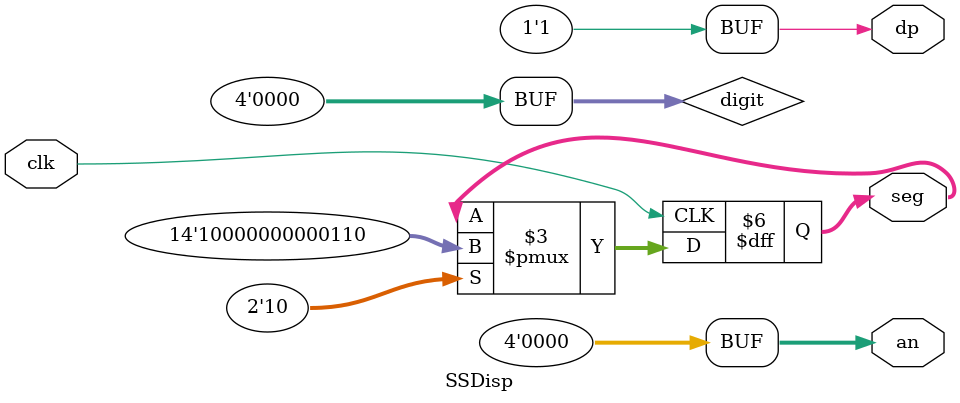
<source format=v>
module SSDisp(clk, an, seg, dp);
input clk;
output [3:0] an;
output reg [6:0] seg;
output dp;

reg[3:0] digit = 4'b0;

assign dp = 1'b1;
assign an[3:0] = 4'b0000;

always @ (posedge clk)
begin
  case(digit)
  
  4'b0000 : seg <= 7'b1000000;
  4'b0001 : seg <= 7'b0000110;
  
  endcase

end
endmodule 

</source>
